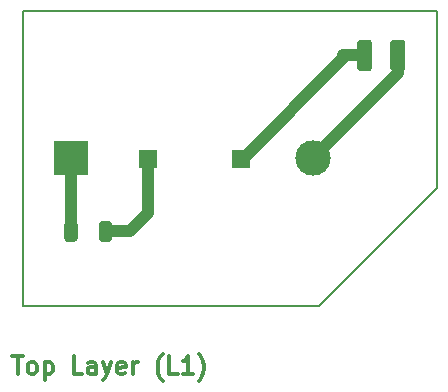
<source format=gbr>
%TF.GenerationSoftware,KiCad,Pcbnew,(5.1.9)-1*%
%TF.CreationDate,2021-07-03T23:42:05+08:00*%
%TF.ProjectId,Task1,5461736b-312e-46b6-9963-61645f706362,rev?*%
%TF.SameCoordinates,Original*%
%TF.FileFunction,Copper,L1,Top*%
%TF.FilePolarity,Positive*%
%FSLAX46Y46*%
G04 Gerber Fmt 4.6, Leading zero omitted, Abs format (unit mm)*
G04 Created by KiCad (PCBNEW (5.1.9)-1) date 2021-07-03 23:42:05*
%MOMM*%
%LPD*%
G01*
G04 APERTURE LIST*
%TA.AperFunction,NonConductor*%
%ADD10C,0.300000*%
%TD*%
%TA.AperFunction,Profile*%
%ADD11C,0.200000*%
%TD*%
%TA.AperFunction,SMDPad,CuDef*%
%ADD12R,1.500000X1.500000*%
%TD*%
%TA.AperFunction,ComponentPad*%
%ADD13C,3.000000*%
%TD*%
%TA.AperFunction,ComponentPad*%
%ADD14R,3.000000X3.000000*%
%TD*%
%TA.AperFunction,Conductor*%
%ADD15C,1.000000*%
%TD*%
G04 APERTURE END LIST*
D10*
X79085714Y-119278571D02*
X79942857Y-119278571D01*
X79514285Y-120778571D02*
X79514285Y-119278571D01*
X80657142Y-120778571D02*
X80514285Y-120707142D01*
X80442857Y-120635714D01*
X80371428Y-120492857D01*
X80371428Y-120064285D01*
X80442857Y-119921428D01*
X80514285Y-119850000D01*
X80657142Y-119778571D01*
X80871428Y-119778571D01*
X81014285Y-119850000D01*
X81085714Y-119921428D01*
X81157142Y-120064285D01*
X81157142Y-120492857D01*
X81085714Y-120635714D01*
X81014285Y-120707142D01*
X80871428Y-120778571D01*
X80657142Y-120778571D01*
X81800000Y-119778571D02*
X81800000Y-121278571D01*
X81800000Y-119850000D02*
X81942857Y-119778571D01*
X82228571Y-119778571D01*
X82371428Y-119850000D01*
X82442857Y-119921428D01*
X82514285Y-120064285D01*
X82514285Y-120492857D01*
X82442857Y-120635714D01*
X82371428Y-120707142D01*
X82228571Y-120778571D01*
X81942857Y-120778571D01*
X81800000Y-120707142D01*
X85014285Y-120778571D02*
X84300000Y-120778571D01*
X84300000Y-119278571D01*
X86157142Y-120778571D02*
X86157142Y-119992857D01*
X86085714Y-119850000D01*
X85942857Y-119778571D01*
X85657142Y-119778571D01*
X85514285Y-119850000D01*
X86157142Y-120707142D02*
X86014285Y-120778571D01*
X85657142Y-120778571D01*
X85514285Y-120707142D01*
X85442857Y-120564285D01*
X85442857Y-120421428D01*
X85514285Y-120278571D01*
X85657142Y-120207142D01*
X86014285Y-120207142D01*
X86157142Y-120135714D01*
X86728571Y-119778571D02*
X87085714Y-120778571D01*
X87442857Y-119778571D02*
X87085714Y-120778571D01*
X86942857Y-121135714D01*
X86871428Y-121207142D01*
X86728571Y-121278571D01*
X88585714Y-120707142D02*
X88442857Y-120778571D01*
X88157142Y-120778571D01*
X88014285Y-120707142D01*
X87942857Y-120564285D01*
X87942857Y-119992857D01*
X88014285Y-119850000D01*
X88157142Y-119778571D01*
X88442857Y-119778571D01*
X88585714Y-119850000D01*
X88657142Y-119992857D01*
X88657142Y-120135714D01*
X87942857Y-120278571D01*
X89300000Y-120778571D02*
X89300000Y-119778571D01*
X89300000Y-120064285D02*
X89371428Y-119921428D01*
X89442857Y-119850000D01*
X89585714Y-119778571D01*
X89728571Y-119778571D01*
X91800000Y-121350000D02*
X91728571Y-121278571D01*
X91585714Y-121064285D01*
X91514285Y-120921428D01*
X91442857Y-120707142D01*
X91371428Y-120350000D01*
X91371428Y-120064285D01*
X91442857Y-119707142D01*
X91514285Y-119492857D01*
X91585714Y-119350000D01*
X91728571Y-119135714D01*
X91800000Y-119064285D01*
X93085714Y-120778571D02*
X92371428Y-120778571D01*
X92371428Y-119278571D01*
X94371428Y-120778571D02*
X93514285Y-120778571D01*
X93942857Y-120778571D02*
X93942857Y-119278571D01*
X93800000Y-119492857D01*
X93657142Y-119635714D01*
X93514285Y-119707142D01*
X94871428Y-121350000D02*
X94942857Y-121278571D01*
X95085714Y-121064285D01*
X95157142Y-120921428D01*
X95228571Y-120707142D01*
X95300000Y-120350000D01*
X95300000Y-120064285D01*
X95228571Y-119707142D01*
X95157142Y-119492857D01*
X95085714Y-119350000D01*
X94942857Y-119135714D01*
X94871428Y-119064285D01*
D11*
X80000000Y-90000000D02*
X80000000Y-115000000D01*
X115000000Y-105000000D02*
X105000000Y-115000000D01*
X115000000Y-90000000D02*
X115000000Y-105000000D01*
X80000000Y-115000000D02*
X105000000Y-115000000D01*
X80000000Y-90000000D02*
X115000000Y-90000000D01*
%TO.P,R1,2*%
%TO.N,Net-(R1-Pad2)*%
%TA.AperFunction,SMDPad,CuDef*%
G36*
G01*
X86400000Y-109325001D02*
X86400000Y-108074999D01*
G75*
G02*
X86649999Y-107825000I249999J0D01*
G01*
X87275001Y-107825000D01*
G75*
G02*
X87525000Y-108074999I0J-249999D01*
G01*
X87525000Y-109325001D01*
G75*
G02*
X87275001Y-109575000I-249999J0D01*
G01*
X86649999Y-109575000D01*
G75*
G02*
X86400000Y-109325001I0J249999D01*
G01*
G37*
%TD.AperFunction*%
%TO.P,R1,1*%
%TO.N,Net-(BT1-Pad1)*%
%TA.AperFunction,SMDPad,CuDef*%
G36*
G01*
X83475000Y-109325001D02*
X83475000Y-108074999D01*
G75*
G02*
X83724999Y-107825000I249999J0D01*
G01*
X84350001Y-107825000D01*
G75*
G02*
X84600000Y-108074999I0J-249999D01*
G01*
X84600000Y-109325001D01*
G75*
G02*
X84350001Y-109575000I-249999J0D01*
G01*
X83724999Y-109575000D01*
G75*
G02*
X83475000Y-109325001I0J249999D01*
G01*
G37*
%TD.AperFunction*%
%TD*%
D12*
%TO.P,SW1,2*%
%TO.N,Net-(R1-Pad2)*%
X90600000Y-102600000D03*
%TO.P,SW1,1*%
%TO.N,Net-(D1-Pad2)*%
X98400000Y-102600000D03*
%TD*%
%TO.P,D1,2*%
%TO.N,Net-(D1-Pad2)*%
%TA.AperFunction,SMDPad,CuDef*%
G36*
G01*
X109525000Y-92725000D02*
X109525000Y-94875000D01*
G75*
G02*
X109275000Y-95125000I-250000J0D01*
G01*
X108525000Y-95125000D01*
G75*
G02*
X108275000Y-94875000I0J250000D01*
G01*
X108275000Y-92725000D01*
G75*
G02*
X108525000Y-92475000I250000J0D01*
G01*
X109275000Y-92475000D01*
G75*
G02*
X109525000Y-92725000I0J-250000D01*
G01*
G37*
%TD.AperFunction*%
%TO.P,D1,1*%
%TO.N,Net-(BT1-Pad2)*%
%TA.AperFunction,SMDPad,CuDef*%
G36*
G01*
X112325000Y-92725000D02*
X112325000Y-94875000D01*
G75*
G02*
X112075000Y-95125000I-250000J0D01*
G01*
X111325000Y-95125000D01*
G75*
G02*
X111075000Y-94875000I0J250000D01*
G01*
X111075000Y-92725000D01*
G75*
G02*
X111325000Y-92475000I250000J0D01*
G01*
X112075000Y-92475000D01*
G75*
G02*
X112325000Y-92725000I0J-250000D01*
G01*
G37*
%TD.AperFunction*%
%TD*%
D13*
%TO.P,BT1,2*%
%TO.N,Net-(BT1-Pad2)*%
X104490000Y-102500000D03*
D14*
%TO.P,BT1,1*%
%TO.N,Net-(BT1-Pad1)*%
X84000000Y-102500000D03*
%TD*%
D15*
%TO.N,Net-(BT1-Pad2)*%
X111700000Y-93800000D02*
X111700000Y-94700000D01*
X104900000Y-102500000D02*
X104490000Y-102500000D01*
X111700000Y-95290000D02*
X104490000Y-102500000D01*
X111700000Y-93800000D02*
X111700000Y-95290000D01*
%TO.N,Net-(BT1-Pad1)*%
X84000000Y-108662500D02*
X84037500Y-108700000D01*
X84000000Y-102500000D02*
X84000000Y-108662500D01*
%TO.N,Net-(D1-Pad2)*%
X108900000Y-93800000D02*
X107100000Y-93800000D01*
X107100000Y-93800000D02*
X107100000Y-94000000D01*
X107100000Y-94000000D02*
X98400000Y-102700000D01*
%TO.N,Net-(R1-Pad2)*%
X86962500Y-108700000D02*
X89000000Y-108700000D01*
X90600000Y-107100000D02*
X90600000Y-102700000D01*
X89000000Y-108700000D02*
X90600000Y-107100000D01*
%TD*%
M02*

</source>
